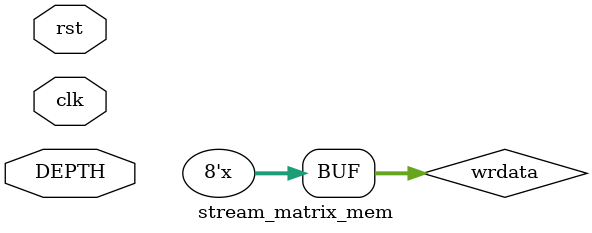
<source format=sv>
`timescale 1ps / 1ps

module stream_matrix_mem
#(
    parameter integer D_W          = 8,
    parameter integer MATRIXSIZE_W = 24,
    parameter integer MEM_DEPTH    = 4096
)
(
    input  wire clk,
    input  wire rst,

    axi_stream_if.axi_in            in_mat,
    axi_stream_if.axi_out           out_mat,

    input  wire [MATRIXSIZE_W-1:0]  DEPTH
);

localparam integer ADDR_W = $clog2(MEM_DEPTH);

wire signed [D_W-1:0] wrdata;
wire signed [D_W-1:0] rddata;

reg  [ADDR_W-1:0] wraddr = 0;
reg  [ADDR_W-1:0] rdaddr = 0;
reg  [ADDR_W-1:0] rdaddr_mem = 0;
wire [ADDR_W-1:0] prerdaddr;

wire write_hs;
wire read_hs;

wire write_last;
wire read_last;
wire read_mem_last;

wire write_start;
wire read_start;

wire write_stall;
wire read_stall;

typedef enum logic [1:0] {
    WRRESET = 2'b00,
    WRIDLE = 2'b01,
    WRDATA = 2'b10
} wstate_t;

typedef enum logic [1:0] {
    RDRESET = 2'b00,
    RDIDLE = 2'b01,
    RDDATA = 2'b10
} rstate_t;

wstate_t wstate, wnext;
rstate_t rstate, rnext;

// WRITE

assign wrdata = in_mat.tdata[D_W-1:0];
assign in_mat.tready = (wstate == WRDATA);
assign write_hs = in_mat.tvalid & in_mat.tready;
assign write_last = write_hs & in_mat.tlast;
// assign write_start = (rstate == RDIDLE);
assign write_start = (rstate == RDIDLE) | (wraddr < rdaddr_mem);    // (done reading or first write) or (writing new data behind read pointer of old data)
assign write_stall = (rstate == RDDATA) & (wraddr == rdaddr_mem);   // writing new data caught up read pointer of old data

always @(posedge clk) begin
    if (rst) begin
        wstate <= WRRESET;
    end else begin
        wstate <= wnext;
    end
end

always @(*) begin
    case (wstate)
        WRIDLE:
            wnext = (write_start) ? WRDATA : WRIDLE;
        WRDATA:
            // wnext = (write_last) ? WRIDLE : WRDATA;
            wnext = (write_last || write_stall) ? WRIDLE : WRDATA;
        default:
            wnext = WRIDLE;
    endcase
end

always @(posedge clk) begin
    if (rst) begin
        wraddr <= 0;
    end else begin
        if (write_hs) begin
            wraddr <= wraddr + 1;
            if (write_last) begin
                wraddr <= 0;
            end
        end
    end
end

// READ

assign out_mat.tdata = rddata;
assign out_mat.tvalid = (rstate == RDDATA);
assign out_mat.tlast = (rdaddr == DEPTH-1);
assign read_hs = out_mat.tvalid & out_mat.tready;
assign read_last = read_hs & out_mat.tlast;
assign read_mem_last = read_hs & (rdaddr_mem == MEM_DEPTH-1);
// assign read_start = write_last;
assign read_start = (rdaddr_mem < wraddr);                          // reading new data behind write pointer of new data
assign read_stall = (wstate == WRDATA) & (wraddr == rdaddr_mem);    // reading new data caught up write pointer of new data

always @(posedge clk) begin
    if (rst) begin
        rstate <= RDRESET;
    end else begin
        rstate <= rnext;
    end
end

always @(*) begin
    case (rstate)
        RDIDLE:
            rnext = (read_start) ? RDDATA : RDIDLE;
        RDDATA:
            // rnext = (read_last) ? RDIDLE : RDDATA;
            // rnext = (read_mem_last) ? RDIDLE : RDDATA;
            rnext = (read_mem_last || read_stall) ? RDIDLE : RDDATA;
        default:
            rnext = RDIDLE;
    endcase
end

always @(posedge clk) begin
    if (rst) begin
        rdaddr <= 0;
    end else begin
        if (read_hs) begin
            rdaddr <= rdaddr + 1;
            if (read_last) begin
                rdaddr <= 0;
            end
        end
    end
end

always @(posedge clk) begin
    if (rst) begin
        rdaddr_mem <= 0;
    end else begin
        if (read_hs) begin
            rdaddr_mem <= rdaddr_mem + 1;
            if (read_mem_last) begin
                rdaddr_mem <= 0;
            end
        end
    end
end

// assign prerdaddr = (rdaddr == DEPTH-1) ? 0 : rdaddr + 1;
assign prerdaddr = (rdaddr_mem == MEM_DEPTH-1) ? 0 : rdaddr_mem + 1;

mem_top #(
    .WIDTH ( D_W       ),
    .DEPTH ( MEM_DEPTH )
)
ram (
    .rst   ( rst ),
    .clkA  ( clk ),
    .clkB  ( clk ),
    .weA   ( write_hs ),
    .enA   ( 1'b1 ),
    .enB   ( 1'b1 ),
    .addrA ( wraddr ),
    .addrB ( read_hs ? prerdaddr : rdaddr_mem ),
    .dinA  ( wrdata ),
    .doutB ( rddata )
);

endmodule

</source>
